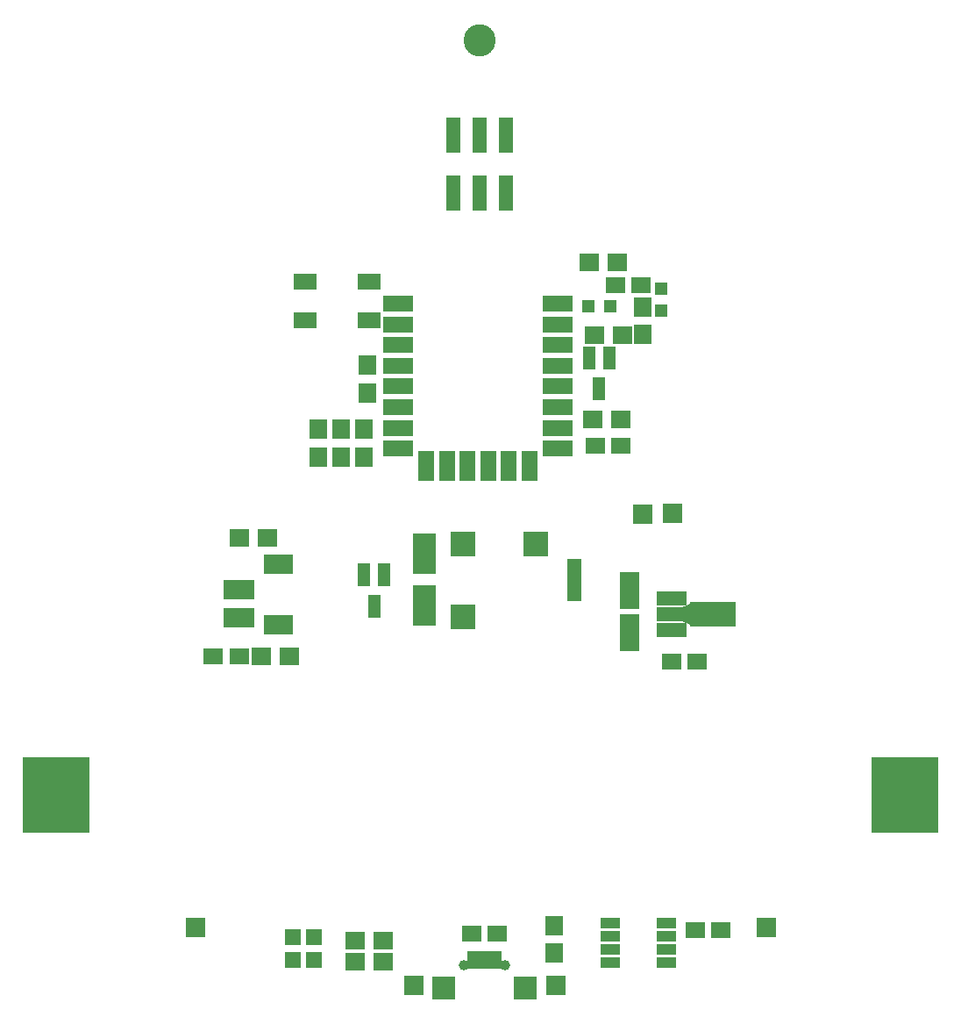
<source format=gbr>
G04 #@! TF.FileFunction,Soldermask,Bot*
%FSLAX46Y46*%
G04 Gerber Fmt 4.6, Leading zero omitted, Abs format (unit mm)*
G04 Created by KiCad (PCBNEW 4.0.6+dfsg1-1) date Tue Sep 25 21:42:45 2018*
%MOMM*%
%LPD*%
G01*
G04 APERTURE LIST*
%ADD10C,0.100000*%
%ADD11R,1.900000X1.650000*%
%ADD12R,6.400000X7.400000*%
%ADD13R,2.400000X2.400000*%
%ADD14R,1.900000X3.600000*%
%ADD15R,1.600000X1.600000*%
%ADD16R,2.200000X3.900000*%
%ADD17R,0.800000X1.750000*%
%ADD18C,1.000000*%
%ADD19R,2.300000X2.300000*%
%ADD20R,1.400000X3.400000*%
%ADD21R,1.400000X1.400000*%
%ADD22R,1.900000X1.700000*%
%ADD23R,1.700000X1.900000*%
%ADD24R,2.200000X1.500000*%
%ADD25R,1.900000X1.900000*%
%ADD26R,1.950000X1.000000*%
%ADD27R,2.900000X1.400000*%
%ADD28R,4.400000X2.400000*%
%ADD29R,1.050000X1.960000*%
%ADD30R,2.900000X1.500000*%
%ADD31R,1.500000X2.900000*%
%ADD32C,3.100000*%
%ADD33R,0.850000X1.850000*%
%ADD34R,1.200000X1.300000*%
%ADD35R,1.300000X1.200000*%
%ADD36R,1.200000X2.300000*%
G04 APERTURE END LIST*
D10*
D11*
X169906000Y-129921000D03*
X167406000Y-129921000D03*
D12*
X127280000Y-116500000D03*
X209280000Y-116500000D03*
D13*
X166612000Y-99326000D03*
X166612000Y-92326000D03*
X173612000Y-92326000D03*
D11*
X188996000Y-129540000D03*
X191496000Y-129540000D03*
X144970500Y-103124000D03*
X142470500Y-103124000D03*
X189210000Y-103632000D03*
X186710000Y-103632000D03*
D14*
X182626000Y-96806000D03*
X182626000Y-100806000D03*
D11*
X179344000Y-82804000D03*
X181844000Y-82804000D03*
D15*
X150114000Y-130218000D03*
X150114000Y-132418000D03*
X152146000Y-130218000D03*
X152146000Y-132418000D03*
D16*
X162814000Y-98258000D03*
X162814000Y-93258000D03*
D17*
X167356000Y-132425000D03*
X168006000Y-132425000D03*
X169956000Y-132425000D03*
X169306000Y-132425000D03*
D18*
X166656000Y-132950000D03*
X170656000Y-132950000D03*
D17*
X168656000Y-132425000D03*
D19*
X172606000Y-135100000D03*
X164706000Y-135100000D03*
D20*
X170688000Y-58396000D03*
X170688000Y-52856000D03*
X168148000Y-58396000D03*
X168148000Y-52856000D03*
X165608000Y-58396000D03*
X165608000Y-52856000D03*
D21*
X177312000Y-94408000D03*
X177312000Y-97108000D03*
X177312000Y-95758000D03*
D22*
X149769500Y-103124000D03*
X147069500Y-103124000D03*
X158830000Y-132588000D03*
X156130000Y-132588000D03*
X158830000Y-130556000D03*
X156130000Y-130556000D03*
D23*
X175387000Y-131779000D03*
X175387000Y-129079000D03*
D22*
X144974000Y-91694000D03*
X147674000Y-91694000D03*
X179244000Y-72136000D03*
X181944000Y-72136000D03*
D23*
X154769500Y-83900000D03*
X154769500Y-81200000D03*
X152610500Y-83900000D03*
X152610500Y-81200000D03*
X183916000Y-72089000D03*
X183916000Y-69389000D03*
X156972000Y-81200000D03*
X156972000Y-83900000D03*
X157373000Y-77740500D03*
X157373000Y-75040500D03*
D22*
X179137000Y-80264000D03*
X181837000Y-80264000D03*
D24*
X151332000Y-70684000D03*
X157532000Y-70684000D03*
X151332000Y-66984000D03*
X157532000Y-66984000D03*
D25*
X175514000Y-134874000D03*
X195834000Y-129286000D03*
X186837000Y-89344500D03*
X140716000Y-129286000D03*
D26*
X180815000Y-132715000D03*
X180815000Y-131445000D03*
X180815000Y-130175000D03*
X180815000Y-128905000D03*
X186215000Y-128905000D03*
X186215000Y-130175000D03*
X186215000Y-131445000D03*
X186215000Y-132715000D03*
D27*
X186742000Y-100560000D03*
X186742000Y-99060000D03*
X186742000Y-97560000D03*
D28*
X190702000Y-99060000D03*
D10*
G36*
X187777000Y-98360000D02*
X188927000Y-97860000D01*
X188927000Y-100260000D01*
X187777000Y-99760000D01*
X187777000Y-98360000D01*
X187777000Y-98360000D01*
G37*
D29*
X143977000Y-96694000D03*
X144927000Y-96694000D03*
X145877000Y-96694000D03*
X145877000Y-99394000D03*
X143977000Y-99394000D03*
X144927000Y-99394000D03*
D30*
X175706000Y-69088000D03*
X175706000Y-71088000D03*
X175706000Y-73088000D03*
X175706000Y-75088000D03*
X175706000Y-77088000D03*
X175706000Y-79088000D03*
X175706000Y-81088000D03*
X175706000Y-83088000D03*
X160306000Y-83088000D03*
X160306000Y-81088000D03*
X160306000Y-79088000D03*
X160306000Y-77088000D03*
X160306000Y-75088000D03*
X160306000Y-73088000D03*
X160306000Y-71088000D03*
X160306000Y-69088000D03*
D31*
X173016000Y-84788000D03*
X171016000Y-84788000D03*
X169016000Y-84788000D03*
X167016000Y-84788000D03*
X165016000Y-84788000D03*
X163016000Y-84788000D03*
D32*
X168148000Y-43688000D03*
D25*
X183896000Y-89408000D03*
X161798000Y-134874000D03*
D33*
X149712000Y-100105000D03*
X149062000Y-100105000D03*
X148412000Y-100105000D03*
X147762000Y-100105000D03*
X147762000Y-94205000D03*
X148412000Y-94205000D03*
X149062000Y-94205000D03*
X149712000Y-94205000D03*
D11*
X183769000Y-67310000D03*
X181269000Y-67310000D03*
D34*
X180775000Y-69342000D03*
X178675000Y-69342000D03*
D35*
X185694000Y-69757000D03*
X185694000Y-67657000D03*
D36*
X178775000Y-74319000D03*
X180675000Y-74319000D03*
X179725000Y-77319000D03*
X157038000Y-95274000D03*
X158938000Y-95274000D03*
X157988000Y-98274000D03*
D22*
X181456000Y-65151000D03*
X178756000Y-65151000D03*
M02*

</source>
